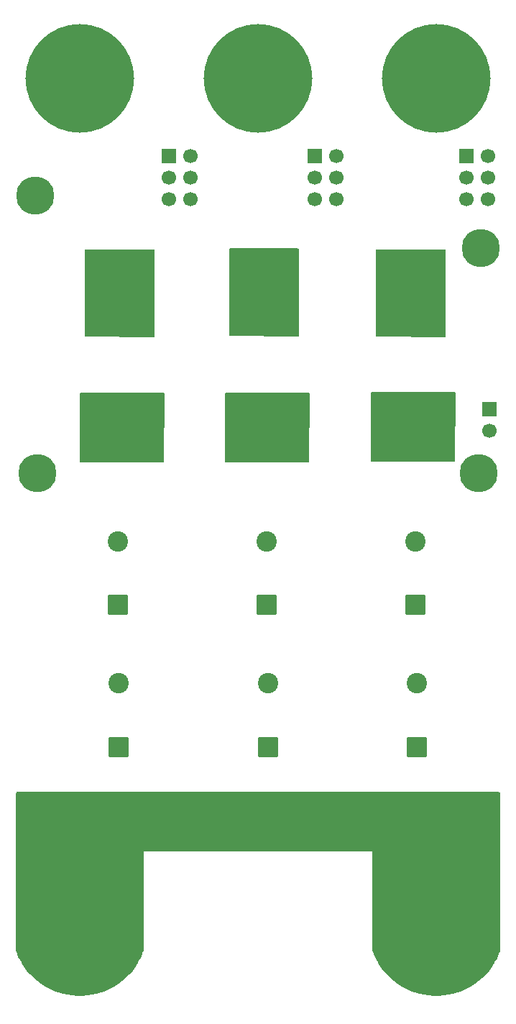
<source format=gbr>
%TF.GenerationSoftware,KiCad,Pcbnew,9.0.3*%
%TF.CreationDate,2025-08-23T20:27:24-03:00*%
%TF.ProjectId,Torq150A,546f7271-3135-4304-912e-6b696361645f,rev?*%
%TF.SameCoordinates,Original*%
%TF.FileFunction,Soldermask,Bot*%
%TF.FilePolarity,Negative*%
%FSLAX46Y46*%
G04 Gerber Fmt 4.6, Leading zero omitted, Abs format (unit mm)*
G04 Created by KiCad (PCBNEW 9.0.3) date 2025-08-23 20:27:24*
%MOMM*%
%LPD*%
G01*
G04 APERTURE LIST*
G04 Aperture macros list*
%AMRoundRect*
0 Rectangle with rounded corners*
0 $1 Rounding radius*
0 $2 $3 $4 $5 $6 $7 $8 $9 X,Y pos of 4 corners*
0 Add a 4 corners polygon primitive as box body*
4,1,4,$2,$3,$4,$5,$6,$7,$8,$9,$2,$3,0*
0 Add four circle primitives for the rounded corners*
1,1,$1+$1,$2,$3*
1,1,$1+$1,$4,$5*
1,1,$1+$1,$6,$7*
1,1,$1+$1,$8,$9*
0 Add four rect primitives between the rounded corners*
20,1,$1+$1,$2,$3,$4,$5,0*
20,1,$1+$1,$4,$5,$6,$7,0*
20,1,$1+$1,$6,$7,$8,$9,0*
20,1,$1+$1,$8,$9,$2,$3,0*%
G04 Aperture macros list end*
%ADD10R,1.700000X1.700000*%
%ADD11C,1.700000*%
%ADD12C,0.900000*%
%ADD13C,12.800000*%
%ADD14RoundRect,0.250001X0.949999X-0.949999X0.949999X0.949999X-0.949999X0.949999X-0.949999X-0.949999X0*%
%ADD15C,2.400000*%
%ADD16C,4.500000*%
G04 APERTURE END LIST*
D10*
%TO.C,J4*%
X205300000Y-68210000D03*
D11*
X205300000Y-70750000D03*
%TD*%
D10*
%TO.C,J2*%
X184725000Y-38410000D03*
D11*
X187265000Y-38410000D03*
X184725000Y-40950000D03*
X187265000Y-40950000D03*
X184725000Y-43490000D03*
X187265000Y-43490000D03*
%TD*%
D12*
%TO.C,H7*%
X152200000Y-29250000D03*
X153605887Y-25855887D03*
X153605887Y-32644113D03*
X157000000Y-24450000D03*
D13*
X157000000Y-29250000D03*
D12*
X157000000Y-34050000D03*
X160394113Y-25855887D03*
X160394113Y-32644113D03*
X161800000Y-29250000D03*
%TD*%
D14*
%TO.C,C17*%
X179150000Y-107950000D03*
D15*
X179150000Y-100450000D03*
%TD*%
D16*
%TO.C,H4*%
X152000000Y-75750000D03*
%TD*%
D14*
%TO.C,C20*%
X179000000Y-91250000D03*
D15*
X179000000Y-83750000D03*
%TD*%
D14*
%TO.C,C18*%
X196700000Y-107950000D03*
D15*
X196700000Y-100450000D03*
%TD*%
D10*
%TO.C,J3*%
X202560000Y-38370000D03*
D11*
X205100000Y-38370000D03*
X202560000Y-40910000D03*
X205100000Y-40910000D03*
X202560000Y-43450000D03*
X205100000Y-43450000D03*
%TD*%
D14*
%TO.C,C21*%
X196550000Y-91250000D03*
D15*
X196550000Y-83750000D03*
%TD*%
D16*
%TO.C,H1*%
X204250000Y-49250000D03*
%TD*%
D12*
%TO.C,H5*%
X173200000Y-29250000D03*
X174605887Y-25855887D03*
X174605887Y-32644113D03*
X178000000Y-24450000D03*
D13*
X178000000Y-29250000D03*
D12*
X178000000Y-34050000D03*
X181394113Y-25855887D03*
X181394113Y-32644113D03*
X182800000Y-29250000D03*
%TD*%
D14*
%TO.C,C19*%
X161450000Y-91250000D03*
D15*
X161450000Y-83750000D03*
%TD*%
D14*
%TO.C,C16*%
X161600000Y-107950000D03*
D15*
X161600000Y-100450000D03*
%TD*%
D12*
%TO.C,H8*%
X152200000Y-129250000D03*
X153605887Y-125855887D03*
X153605887Y-132644113D03*
X157000000Y-124450000D03*
D13*
X157000000Y-129250000D03*
D12*
X157000000Y-134050000D03*
X160394113Y-125855887D03*
X160394113Y-132644113D03*
X161800000Y-129250000D03*
%TD*%
D16*
%TO.C,H3*%
X204000000Y-75750000D03*
%TD*%
D12*
%TO.C,H6*%
X194200000Y-29250000D03*
X195605887Y-25855887D03*
X195605887Y-32644113D03*
X199000000Y-24450000D03*
D13*
X199000000Y-29250000D03*
D12*
X199000000Y-34050000D03*
X202394113Y-25855887D03*
X202394113Y-32644113D03*
X203800000Y-29250000D03*
%TD*%
D16*
%TO.C,H2*%
X151750000Y-43000000D03*
%TD*%
D10*
%TO.C,J1*%
X167500000Y-38370000D03*
D11*
X170040000Y-38370000D03*
X167500000Y-40910000D03*
X170040000Y-40910000D03*
X167500000Y-43450000D03*
X170040000Y-43450000D03*
%TD*%
D12*
%TO.C,H9*%
X194200000Y-129250000D03*
X195605887Y-125855887D03*
X195605887Y-132644113D03*
X199000000Y-124450000D03*
D13*
X199000000Y-129250000D03*
D12*
X199000000Y-134050000D03*
X202394113Y-125855887D03*
X202394113Y-132644113D03*
X203800000Y-129250000D03*
%TD*%
G36*
X164511980Y-119502383D02*
G01*
X164571480Y-119514218D01*
X164616179Y-119532732D01*
X164656268Y-119559518D01*
X164690481Y-119593731D01*
X164717267Y-119633820D01*
X164735781Y-119678517D01*
X164747617Y-119738017D01*
X164750000Y-119762210D01*
X164750000Y-120126000D01*
X164730315Y-120193039D01*
X164677511Y-120238794D01*
X164626000Y-120250000D01*
X164500000Y-120250000D01*
X164500000Y-132004244D01*
X164492182Y-132047577D01*
X164394938Y-132308300D01*
X164391550Y-132316479D01*
X164157925Y-132828045D01*
X164153963Y-132835960D01*
X163884425Y-133329581D01*
X163879908Y-133337193D01*
X163575861Y-133810299D01*
X163570813Y-133817570D01*
X163233771Y-134267806D01*
X163228217Y-134274699D01*
X162859917Y-134699740D01*
X162853885Y-134706218D01*
X162456218Y-135103885D01*
X162449740Y-135109917D01*
X162024699Y-135478217D01*
X162017806Y-135483771D01*
X161567570Y-135820813D01*
X161560299Y-135825861D01*
X161087193Y-136129908D01*
X161079581Y-136134425D01*
X160585960Y-136403963D01*
X160578045Y-136407925D01*
X160066479Y-136641550D01*
X160058300Y-136644938D01*
X159531349Y-136841480D01*
X159522951Y-136844275D01*
X158983330Y-137002722D01*
X158974753Y-137004911D01*
X158425210Y-137124457D01*
X158416499Y-137126029D01*
X157859814Y-137206068D01*
X157851013Y-137207014D01*
X157290048Y-137247135D01*
X157281202Y-137247451D01*
X156718798Y-137247451D01*
X156709952Y-137247135D01*
X156148986Y-137207014D01*
X156140185Y-137206068D01*
X155583500Y-137126029D01*
X155574789Y-137124457D01*
X155025246Y-137004911D01*
X155016669Y-137002722D01*
X154477048Y-136844275D01*
X154468650Y-136841480D01*
X153941699Y-136644938D01*
X153933520Y-136641550D01*
X153421954Y-136407925D01*
X153414039Y-136403963D01*
X152920418Y-136134425D01*
X152912806Y-136129908D01*
X152439700Y-135825861D01*
X152432429Y-135820813D01*
X151982193Y-135483771D01*
X151975300Y-135478217D01*
X151550259Y-135109917D01*
X151543781Y-135103885D01*
X151146114Y-134706218D01*
X151140082Y-134699740D01*
X150771782Y-134274699D01*
X150766228Y-134267806D01*
X150429186Y-133817570D01*
X150424138Y-133810299D01*
X150120091Y-133337193D01*
X150115574Y-133329581D01*
X149846036Y-132835960D01*
X149842074Y-132828045D01*
X149608449Y-132316479D01*
X149605061Y-132308300D01*
X149507818Y-132047577D01*
X149500000Y-132004244D01*
X149500000Y-119624000D01*
X149519685Y-119556961D01*
X149572489Y-119511206D01*
X149624000Y-119500000D01*
X164487789Y-119500000D01*
X164511980Y-119502383D01*
G37*
G36*
X206443039Y-113269685D02*
G01*
X206488794Y-113322489D01*
X206500000Y-113374000D01*
X206500000Y-120376000D01*
X206480315Y-120443039D01*
X206427511Y-120488794D01*
X206376000Y-120500000D01*
X191624000Y-120500000D01*
X191556961Y-120480315D01*
X191511206Y-120427511D01*
X191500000Y-120376000D01*
X191500000Y-120250000D01*
X164500000Y-120250000D01*
X164500000Y-120376000D01*
X164480315Y-120443039D01*
X164427511Y-120488794D01*
X164376000Y-120500000D01*
X149624000Y-120500000D01*
X149556961Y-120480315D01*
X149511206Y-120427511D01*
X149500000Y-120376000D01*
X149500000Y-113374000D01*
X149519685Y-113306961D01*
X149572489Y-113261206D01*
X149624000Y-113250000D01*
X206376000Y-113250000D01*
X206443039Y-113269685D01*
G37*
G36*
X206443039Y-119519685D02*
G01*
X206488794Y-119572489D01*
X206500000Y-119624000D01*
X206500000Y-132004244D01*
X206492182Y-132047577D01*
X206394938Y-132308300D01*
X206391550Y-132316479D01*
X206157925Y-132828045D01*
X206153963Y-132835960D01*
X205884425Y-133329581D01*
X205879908Y-133337193D01*
X205575861Y-133810299D01*
X205570813Y-133817570D01*
X205233771Y-134267806D01*
X205228217Y-134274699D01*
X204859917Y-134699740D01*
X204853885Y-134706218D01*
X204456218Y-135103885D01*
X204449740Y-135109917D01*
X204024699Y-135478217D01*
X204017806Y-135483771D01*
X203567570Y-135820813D01*
X203560299Y-135825861D01*
X203087193Y-136129908D01*
X203079581Y-136134425D01*
X202585960Y-136403963D01*
X202578045Y-136407925D01*
X202066479Y-136641550D01*
X202058300Y-136644938D01*
X201531349Y-136841480D01*
X201522951Y-136844275D01*
X200983330Y-137002722D01*
X200974753Y-137004911D01*
X200425210Y-137124457D01*
X200416499Y-137126029D01*
X199859814Y-137206068D01*
X199851013Y-137207014D01*
X199290048Y-137247135D01*
X199281202Y-137247451D01*
X198718798Y-137247451D01*
X198709952Y-137247135D01*
X198148986Y-137207014D01*
X198140185Y-137206068D01*
X197583500Y-137126029D01*
X197574789Y-137124457D01*
X197025246Y-137004911D01*
X197016669Y-137002722D01*
X196477048Y-136844275D01*
X196468650Y-136841480D01*
X195941699Y-136644938D01*
X195933520Y-136641550D01*
X195421954Y-136407925D01*
X195414039Y-136403963D01*
X194920418Y-136134425D01*
X194912806Y-136129908D01*
X194439700Y-135825861D01*
X194432429Y-135820813D01*
X193982193Y-135483771D01*
X193975300Y-135478217D01*
X193550259Y-135109917D01*
X193543781Y-135103885D01*
X193146114Y-134706218D01*
X193140082Y-134699740D01*
X192771782Y-134274699D01*
X192766228Y-134267806D01*
X192429186Y-133817570D01*
X192424138Y-133810299D01*
X192120091Y-133337193D01*
X192115574Y-133329581D01*
X191846036Y-132835960D01*
X191842074Y-132828045D01*
X191608449Y-132316479D01*
X191605061Y-132308300D01*
X191507818Y-132047577D01*
X191500000Y-132004244D01*
X191500000Y-120250000D01*
X191374000Y-120250000D01*
X191306961Y-120230315D01*
X191261206Y-120177511D01*
X191250000Y-120126000D01*
X191250000Y-119762210D01*
X191252383Y-119738019D01*
X191264218Y-119678519D01*
X191282732Y-119633820D01*
X191309518Y-119593731D01*
X191343731Y-119559518D01*
X191383820Y-119532732D01*
X191428520Y-119514217D01*
X191488021Y-119502382D01*
X191512211Y-119500000D01*
X206376000Y-119500000D01*
X206443039Y-119519685D01*
G37*
G36*
X165743039Y-49369685D02*
G01*
X165788794Y-49422489D01*
X165800000Y-49474000D01*
X165800000Y-59624478D01*
X165780315Y-59691517D01*
X165727511Y-59737272D01*
X165674488Y-59748469D01*
X157722488Y-59651493D01*
X157655693Y-59630992D01*
X157610586Y-59577634D01*
X157600000Y-59527502D01*
X157600000Y-49474000D01*
X157619685Y-49406961D01*
X157672489Y-49361206D01*
X157724000Y-49350000D01*
X165676000Y-49350000D01*
X165743039Y-49369685D01*
G37*
G36*
X201226877Y-66169685D02*
G01*
X201272632Y-66222489D01*
X201283829Y-66275512D01*
X201186854Y-74227512D01*
X201166353Y-74294307D01*
X201112995Y-74339414D01*
X201062863Y-74350000D01*
X191424000Y-74350000D01*
X191356961Y-74330315D01*
X191311206Y-74277511D01*
X191300000Y-74226000D01*
X191300000Y-66274000D01*
X191319685Y-66206961D01*
X191372489Y-66161206D01*
X191424000Y-66150000D01*
X201159838Y-66150000D01*
X201226877Y-66169685D01*
G37*
G36*
X182743039Y-49269685D02*
G01*
X182788794Y-49322489D01*
X182800000Y-49374000D01*
X182800000Y-59524478D01*
X182780315Y-59591517D01*
X182727511Y-59637272D01*
X182674488Y-59648469D01*
X174722488Y-59551493D01*
X174655693Y-59530992D01*
X174610586Y-59477634D01*
X174600000Y-59427502D01*
X174600000Y-49374000D01*
X174619685Y-49306961D01*
X174672489Y-49261206D01*
X174724000Y-49250000D01*
X182676000Y-49250000D01*
X182743039Y-49269685D01*
G37*
G36*
X184026877Y-66269685D02*
G01*
X184072632Y-66322489D01*
X184083829Y-66375512D01*
X183986854Y-74327512D01*
X183966353Y-74394307D01*
X183912995Y-74439414D01*
X183862863Y-74450000D01*
X174224000Y-74450000D01*
X174156961Y-74430315D01*
X174111206Y-74377511D01*
X174100000Y-74326000D01*
X174100000Y-66374000D01*
X174119685Y-66306961D01*
X174172489Y-66261206D01*
X174224000Y-66250000D01*
X183959838Y-66250000D01*
X184026877Y-66269685D01*
G37*
G36*
X200043039Y-49369685D02*
G01*
X200088794Y-49422489D01*
X200100000Y-49474000D01*
X200100000Y-59624478D01*
X200080315Y-59691517D01*
X200027511Y-59737272D01*
X199974488Y-59748469D01*
X192022488Y-59651493D01*
X191955693Y-59630992D01*
X191910586Y-59577634D01*
X191900000Y-59527502D01*
X191900000Y-49474000D01*
X191919685Y-49406961D01*
X191972489Y-49361206D01*
X192024000Y-49350000D01*
X199976000Y-49350000D01*
X200043039Y-49369685D01*
G37*
G36*
X166926877Y-66269685D02*
G01*
X166972632Y-66322489D01*
X166983829Y-66375512D01*
X166886854Y-74327512D01*
X166866353Y-74394307D01*
X166812995Y-74439414D01*
X166762863Y-74450000D01*
X157124000Y-74450000D01*
X157056961Y-74430315D01*
X157011206Y-74377511D01*
X157000000Y-74326000D01*
X157000000Y-66374000D01*
X157019685Y-66306961D01*
X157072489Y-66261206D01*
X157124000Y-66250000D01*
X166859838Y-66250000D01*
X166926877Y-66269685D01*
G37*
M02*

</source>
